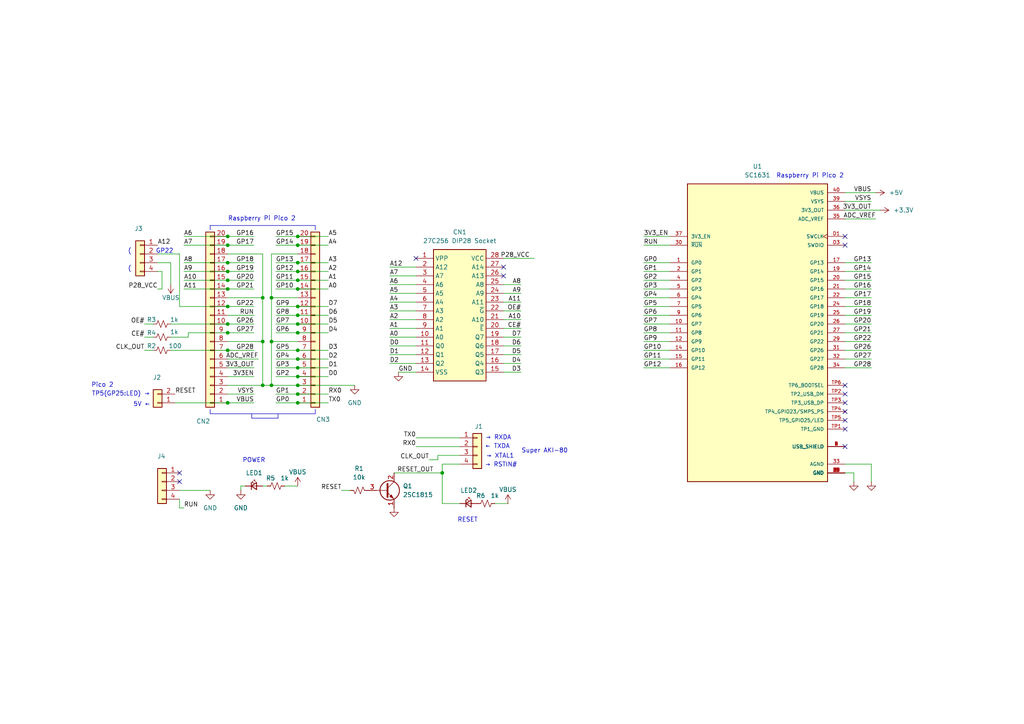
<source format=kicad_sch>
(kicad_sch (version 20250114) (generator "eeschema") (generator_version "9.0")
  (paper "A4")
  (title_block (title "Pico2ROMEmu PCB") (date "2025-10-16") (rev "0.1"))
  (lib_symbols
    (symbol "Connector_Generic:Conn_01x02" (pin_names (offset 1.016) (hide yes))
      (property "Reference" "J" (at 0 2.54 0))
      (property "Value" "Conn_01x02" (at 0 -5.08 0))
      (symbol "Conn_01x02_1_1"
        (rectangle (start -1.27 1.27) (end 1.27 -3.81) (stroke (width 0.254)) (fill (type background)))
        (rectangle (start -1.27 0.127) (end 0 -0.127) (stroke (width 0.1524)))
        (rectangle (start -1.27 -2.413) (end 0 -2.667) (stroke (width 0.1524)))
        (pin passive line (at -5.08 0 0) (length 3.81) (name "Pin_1") (number "1"))
        (pin passive line (at -5.08 -2.54 0) (length 3.81) (name "Pin_2") (number "2"))
      )
    )
    (symbol "Connector_Generic:Conn_01x04" (pin_names (offset 1.016) (hide yes))
      (property "Reference" "J" (at 0 5.08 0))
      (property "Value" "Conn_01x04" (at 0 -7.62 0))
      (symbol "Conn_01x04_1_1"
        (rectangle (start -1.27 3.81) (end 1.27 -6.35) (stroke (width 0.254)) (fill (type background)))
        (rectangle (start -1.27 2.667) (end 0 2.413) (stroke (width 0.1524)))
        (rectangle (start -1.27 0.127) (end 0 -0.127) (stroke (width 0.1524)))
        (rectangle (start -1.27 -2.413) (end 0 -2.667) (stroke (width 0.1524)))
        (rectangle (start -1.27 -4.953) (end 0 -5.207) (stroke (width 0.1524)))
        (pin passive line (at -5.08 2.54 0) (length 3.81) (name "Pin_1") (number "1"))
        (pin passive line (at -5.08 0 0) (length 3.81) (name "Pin_2") (number "2"))
        (pin passive line (at -5.08 -2.54 0) (length 3.81) (name "Pin_3") (number "3"))
        (pin passive line (at -5.08 -5.08 0) (length 3.81) (name "Pin_4") (number "4"))
      )
    )
    (symbol "Connector_Generic:Conn_01x20" (pin_names (offset 1.016) (hide yes))
      (property "Reference" "J" (at 0 25.4 0))
      (property "Value" "Conn_01x20" (at 0 -27.94 0))
      (symbol "Conn_01x20_1_1"
        (rectangle (start -1.27 24.13) (end 1.27 -26.67) (stroke (width 0.254)) (fill (type background)))
        (rectangle (start -1.27 22.987) (end 0 22.733) (stroke (width 0.1524)))
        (rectangle (start -1.27 20.447) (end 0 20.193) (stroke (width 0.1524)))
        (rectangle (start -1.27 17.907) (end 0 17.653) (stroke (width 0.1524)))
        (rectangle (start -1.27 15.367) (end 0 15.113) (stroke (width 0.1524)))
        (rectangle (start -1.27 12.827) (end 0 12.573) (stroke (width 0.1524)))
        (rectangle (start -1.27 10.287) (end 0 10.033) (stroke (width 0.1524)))
        (rectangle (start -1.27 7.747) (end 0 7.493) (stroke (width 0.1524)))
        (rectangle (start -1.27 5.207) (end 0 4.953) (stroke (width 0.1524)))
        (rectangle (start -1.27 2.667) (end 0 2.413) (stroke (width 0.1524)))
        (rectangle (start -1.27 0.127) (end 0 -0.127) (stroke (width 0.1524)))
        (rectangle (start -1.27 -2.413) (end 0 -2.667) (stroke (width 0.1524)))
        (rectangle (start -1.27 -4.953) (end 0 -5.207) (stroke (width 0.1524)))
        (rectangle (start -1.27 -7.493) (end 0 -7.747) (stroke (width 0.1524)))
        (rectangle (start -1.27 -10.033) (end 0 -10.287) (stroke (width 0.1524)))
        (rectangle (start -1.27 -12.573) (end 0 -12.827) (stroke (width 0.1524)))
        (rectangle (start -1.27 -15.113) (end 0 -15.367) (stroke (width 0.1524)))
        (rectangle (start -1.27 -17.653) (end 0 -17.907) (stroke (width 0.1524)))
        (rectangle (start -1.27 -20.193) (end 0 -20.447) (stroke (width 0.1524)))
        (rectangle (start -1.27 -22.733) (end 0 -22.987) (stroke (width 0.1524)))
        (rectangle (start -1.27 -25.273) (end 0 -25.527) (stroke (width 0.1524)))
        (pin passive line (at -5.08 22.86 0) (length 3.81) (name "Pin_1") (number "1"))
        (pin passive line (at -5.08 20.32 0) (length 3.81) (name "Pin_2") (number "2"))
        (pin passive line (at -5.08 17.78 0) (length 3.81) (name "Pin_3") (number "3"))
        (pin passive line (at -5.08 15.24 0) (length 3.81) (name "Pin_4") (number "4"))
        (pin passive line (at -5.08 12.7 0) (length 3.81) (name "Pin_5") (number "5"))
        (pin passive line (at -5.08 10.16 0) (length 3.81) (name "Pin_6") (number "6"))
        (pin passive line (at -5.08 7.62 0) (length 3.81) (name "Pin_7") (number "7"))
        (pin passive line (at -5.08 5.08 0) (length 3.81) (name "Pin_8") (number "8"))
        (pin passive line (at -5.08 2.54 0) (length 3.81) (name "Pin_9") (number "9"))
        (pin passive line (at -5.08 0 0) (length 3.81) (name "Pin_10") (number "10"))
        (pin passive line (at -5.08 -2.54 0) (length 3.81) (name "Pin_11") (number "11"))
        (pin passive line (at -5.08 -5.08 0) (length 3.81) (name "Pin_12") (number "12"))
        (pin passive line (at -5.08 -7.62 0) (length 3.81) (name "Pin_13") (number "13"))
        (pin passive line (at -5.08 -10.16 0) (length 3.81) (name "Pin_14") (number "14"))
        (pin passive line (at -5.08 -12.7 0) (length 3.81) (name "Pin_15") (number "15"))
        (pin passive line (at -5.08 -15.24 0) (length 3.81) (name "Pin_16") (number "16"))
        (pin passive line (at -5.08 -17.78 0) (length 3.81) (name "Pin_17") (number "17"))
        (pin passive line (at -5.08 -20.32 0) (length 3.81) (name "Pin_18") (number "18"))
        (pin passive line (at -5.08 -22.86 0) (length 3.81) (name "Pin_19") (number "19"))
        (pin passive line (at -5.08 -25.4 0) (length 3.81) (name "Pin_20") (number "20"))
      )
    )
    (symbol "Device:LED_Small" (pin_numbers (hide yes)) (pin_names (offset 0.254) (hide yes))
      (property "Reference" "D" (at -1.27 3.175 0))
      (property "Value" "LED_Small" (at -4.445 -2.54 0))
      (symbol "LED_Small_0_1"
        (polyline (pts (xy -0.762 -1.016) (xy -0.762 1.016)) (stroke (width 0.254)))
        (polyline (pts (xy 0 0.762) (xy -0.508 1.27) (xy -0.254 1.27) (xy -0.508 1.27) (xy -0.508 1.016)))
        (polyline (pts (xy 0.508 1.27) (xy 0 1.778) (xy 0.254 1.778) (xy 0 1.778) (xy 0 1.524)))
        (polyline (pts (xy 0.762 -1.016) (xy -0.762 0) (xy 0.762 1.016) (xy 0.762 -1.016)) (stroke (width 0.254)))
        (polyline (pts (xy 1.016 0) (xy -0.762 0)))
      )
      (symbol "LED_Small_1_1"
        (pin passive line (at -2.54 0 0) (length 1.778) (name "K") (number "1"))
        (pin passive line (at 2.54 0 180) (length 1.778) (name "A") (number "2"))
      )
    )
    (symbol "Device:R_Small_US" (pin_numbers (hide yes)) (pin_names (offset 0.254) (hide yes))
      (property "Reference" "R" (at 0.762 0.508 0))
      (property "Value" "R_Small_US" (at 0.762 -1.016 0))
      (symbol "R_Small_US_1_1"
        (polyline (pts (xy 0 1.524) (xy 1.016 1.143) (xy 0 0.762) (xy -1.016 0.381) (xy 0 0)))
        (polyline (pts (xy 0 0) (xy 1.016 -0.381) (xy 0 -0.762) (xy -1.016 -1.143) (xy 0 -1.524)))
        (pin passive line (at 0 2.54 270) (length 1.016) (name "~") (number "1"))
        (pin passive line (at 0 -2.54 90) (length 1.016) (name "~") (number "2"))
      )
    )
    (symbol "SamacSys_Part:M27C256B-15F1"
      (property "Reference" "IC" (at 21.59 7.62 0))
      (property "Value" "M27C256B-15F1" (at 21.59 5.08 0))
      (symbol "M27C256B-15F1_1_1"
        (rectangle (start 5.08 2.54) (end 20.32 -35.56) (stroke (width 0.254)) (fill (type background)))
        (pin passive line (at 0 0 0) (length 5.08) (name "VPP") (number "1"))
        (pin passive line (at 0 -2.54 0) (length 5.08) (name "A12") (number "2"))
        (pin passive line (at 0 -5.08 0) (length 5.08) (name "A7") (number "3"))
        (pin passive line (at 0 -7.62 0) (length 5.08) (name "A6") (number "4"))
        (pin passive line (at 0 -10.16 0) (length 5.08) (name "A5") (number "5"))
        (pin passive line (at 0 -12.7 0) (length 5.08) (name "A4") (number "6"))
        (pin passive line (at 0 -15.24 0) (length 5.08) (name "A3") (number "7"))
        (pin passive line (at 0 -17.78 0) (length 5.08) (name "A2") (number "8"))
        (pin passive line (at 0 -20.32 0) (length 5.08) (name "A1") (number "9"))
        (pin passive line (at 0 -22.86 0) (length 5.08) (name "A0") (number "10"))
        (pin passive line (at 0 -25.4 0) (length 5.08) (name "Q0") (number "11"))
        (pin passive line (at 0 -27.94 0) (length 5.08) (name "Q1") (number "12"))
        (pin passive line (at 0 -30.48 0) (length 5.08) (name "Q2") (number "13"))
        (pin passive line (at 0 -33.02 0) (length 5.08) (name "VSS") (number "14"))
        (pin passive line (at 25.4 0 180) (length 5.08) (name "VCC") (number "28"))
        (pin passive line (at 25.4 -2.54 180) (length 5.08) (name "A14") (number "27"))
        (pin passive line (at 25.4 -5.08 180) (length 5.08) (name "A13") (number "26"))
        (pin passive line (at 25.4 -7.62 180) (length 5.08) (name "A8") (number "25"))
        (pin passive line (at 25.4 -10.16 180) (length 5.08) (name "A9") (number "24"))
        (pin passive line (at 25.4 -12.7 180) (length 5.08) (name "A11") (number "23"))
        (pin passive line (at 25.4 -15.24 180) (length 5.08) (name "~{G}") (number "22"))
        (pin passive line (at 25.4 -17.78 180) (length 5.08) (name "A10") (number "21"))
        (pin passive line (at 25.4 -20.32 180) (length 5.08) (name "~{E}") (number "20"))
        (pin passive line (at 25.4 -22.86 180) (length 5.08) (name "Q7") (number "19"))
        (pin passive line (at 25.4 -25.4 180) (length 5.08) (name "Q6") (number "18"))
        (pin passive line (at 25.4 -27.94 180) (length 5.08) (name "Q5") (number "17"))
        (pin passive line (at 25.4 -30.48 180) (length 5.08) (name "Q4") (number "16"))
        (pin passive line (at 25.4 -33.02 180) (length 5.08) (name "Q3") (number "15"))
      )
    )
    (symbol "SnapEDA:SC0915" (pin_names (offset 1.016))
      (property "Reference" "U" (at -20.32 44.069 0))
      (property "Value" "SC0915" (at -20.32 -45.72 0))
      (symbol "SC0915_0_0"
        (rectangle (start -20.32 -43.18) (end 20.32 43.18) (stroke (width 0.254)) (fill (type background)))
        (pin input line (at -25.4 27.94 0) (length 5.08) (name "3V3_EN") (number "37"))
        (pin input line (at -25.4 25.4 0) (length 5.08) (name "~{RUN}") (number "30"))
        (pin bidirectional line (at -25.4 20.32 0) (length 5.08) (name "GP0") (number "1"))
        (pin bidirectional line (at -25.4 17.78 0) (length 5.08) (name "GP1") (number "2"))
        (pin bidirectional line (at -25.4 15.24 0) (length 5.08) (name "GP2") (number "4"))
        (pin bidirectional line (at -25.4 12.7 0) (length 5.08) (name "GP3") (number "5"))
        (pin bidirectional line (at -25.4 10.16 0) (length 5.08) (name "GP4") (number "6"))
        (pin bidirectional line (at -25.4 7.62 0) (length 5.08) (name "GP5") (number "7"))
        (pin bidirectional line (at -25.4 5.08 0) (length 5.08) (name "GP6") (number "9"))
        (pin bidirectional line (at -25.4 2.54 0) (length 5.08) (name "GP7") (number "10"))
        (pin bidirectional line (at -25.4 0 0) (length 5.08) (name "GP8") (number "11"))
        (pin bidirectional line (at -25.4 -2.54 0) (length 5.08) (name "GP9") (number "12"))
        (pin bidirectional line (at -25.4 -5.08 0) (length 5.08) (name "GP10") (number "14"))
        (pin bidirectional line (at -25.4 -7.62 0) (length 5.08) (name "GP11") (number "15"))
        (pin bidirectional line (at -25.4 -10.16 0) (length 5.08) (name "GP12") (number "16"))
        (pin power_in line (at 25.4 40.64 180) (length 5.08) (name "VBUS") (number "40"))
        (pin power_in line (at 25.4 38.1 180) (length 5.08) (name "VSYS") (number "39"))
        (pin power_in line (at 25.4 35.56 180) (length 5.08) (name "3V3_OUT") (number "36"))
        (pin power_in line (at 25.4 33.02 180) (length 5.08) (name "ADC_VREF") (number "35"))
        (pin input clock (at 25.4 27.94 180) (length 5.08) (name "SWCLK") (number "D1"))
        (pin bidirectional line (at 25.4 25.4 180) (length 5.08) (name "SWDIO") (number "D3"))
        (pin bidirectional line (at 25.4 20.32 180) (length 5.08) (name "GP13") (number "17"))
        (pin bidirectional line (at 25.4 17.78 180) (length 5.08) (name "GP14") (number "19"))
        (pin bidirectional line (at 25.4 15.24 180) (length 5.08) (name "GP15") (number "20"))
        (pin bidirectional line (at 25.4 12.7 180) (length 5.08) (name "GP16") (number "21"))
        (pin bidirectional line (at 25.4 10.16 180) (length 5.08) (name "GP17") (number "22"))
        (pin bidirectional line (at 25.4 7.62 180) (length 5.08) (name "GP18") (number "24"))
        (pin bidirectional line (at 25.4 5.08 180) (length 5.08) (name "GP19") (number "25"))
        (pin bidirectional line (at 25.4 2.54 180) (length 5.08) (name "GP20") (number "26"))
        (pin bidirectional line (at 25.4 0 180) (length 5.08) (name "GP21") (number "27"))
        (pin bidirectional line (at 25.4 -2.54 180) (length 5.08) (name "GP22") (number "29"))
        (pin bidirectional line (at 25.4 -5.08 180) (length 5.08) (name "GP26") (number "31"))
        (pin bidirectional line (at 25.4 -7.62 180) (length 5.08) (name "GP27") (number "32"))
        (pin bidirectional line (at 25.4 -10.16 180) (length 5.08) (name "GP28") (number "34"))
        (pin input line (at 25.4 -15.24 180) (length 5.08) (name "TP6_BOOTSEL") (number "TP6"))
        (pin bidirectional line (at 25.4 -17.78 180) (length 5.08) (name "TP2_USB_DM") (number "TP2"))
        (pin bidirectional line (at 25.4 -20.32 180) (length 5.08) (name "TP3_USB_DP") (number "TP3"))
        (pin no_connect line (at 25.4 -22.86 180) (length 5.08) (name "TP4_GPIO23/SMPS_PS") (number "TP4"))
        (pin output line (at 25.4 -25.4 180) (length 5.08) (name "TP5_GPIO25/LED") (number "TP5"))
        (pin power_in line (at 25.4 -27.94 180) (length 5.08) (name "TP1_GND") (number "TP1"))
        (pin power_in line (at 25.4 -33.02 180) (length 5.08) (name "USB_SHIELD") (number "A"))
        (pin power_in line (at 25.4 -33.02 180) (length 5.08) (name "USB_SHIELD") (number "B"))
        (pin power_in line (at 25.4 -33.02 180) (length 5.08) (name "USB_SHIELD") (number "C"))
        (pin power_in line (at 25.4 -33.02 180) (length 5.08) (name "USB_SHIELD") (number "D"))
        (pin power_in line (at 25.4 -38.1 180) (length 5.08) (name "AGND") (number "33"))
        (pin power_in line (at 25.4 -40.64 180) (length 5.08) (name "GND") (number "13"))
        (pin power_in line (at 25.4 -40.64 180) (length 5.08) (name "GND") (number "18"))
        (pin power_in line (at 25.4 -40.64 180) (length 5.08) (name "GND") (number "23"))
        (pin power_in line (at 25.4 -40.64 180) (length 5.08) (name "GND") (number "28"))
        (pin power_in line (at 25.4 -40.64 180) (length 5.08) (name "GND") (number "3"))
        (pin power_in line (at 25.4 -40.64 180) (length 5.08) (name "GND") (number "38"))
        (pin power_in line (at 25.4 -40.64 180) (length 5.08) (name "GND") (number "8"))
        (pin power_in line (at 25.4 -40.64 180) (length 5.08) (name "GND") (number "D2"))
      )
    )
    (symbol "Transistor_BJT:2SC1815" (pin_names (offset 0) (hide yes))
      (property "Reference" "Q" (at 5.08 1.905 0))
      (property "Value" "2SC1815" (at 5.08 0 0))
      (symbol "2SC1815_0_1"
        (polyline (pts (xy -2.54 0) (xy 0.635 0)))
        (polyline (pts (xy 0.635 1.905) (xy 0.635 -1.905)) (stroke (width 0.508)))
        (circle (center 1.27 0) (radius 2.8194) (stroke (width 0.254)))
      )
      (symbol "2SC1815_1_1"
        (polyline (pts (xy 0.635 0.635) (xy 2.54 2.54)))
        (polyline (pts (xy 0.635 -0.635) (xy 2.54 -2.54)))
        (polyline (pts (xy 1.27 -1.778) (xy 1.778 -1.27) (xy 2.286 -2.286) (xy 1.27 -1.778)) (fill (type outline)))
        (pin input line (at -5.08 0 0) (length 2.54) (name "B") (number "3"))
        (pin passive line (at 2.54 5.08 270) (length 2.54) (name "C") (number "2"))
        (pin passive line (at 2.54 -5.08 90) (length 2.54) (name "E") (number "1"))
      )
    )
    (symbol "power:+3.3V" (power) (pin_numbers (hide yes)) (pin_names (offset 0) (hide yes))
      (property "Value" "+3.3V" (at 0 3.556 0))
      (symbol "+3.3V_0_1"
        (polyline (pts (xy -0.762 1.27) (xy 0 2.54)))
        (polyline (pts (xy 0 2.54) (xy 0.762 1.27)))
        (polyline (pts (xy 0 0) (xy 0 2.54)))
      )
      (symbol "+3.3V_1_1"
        (pin power_in line (at 0 0 90) (length 0) (name "~") (number "1"))
      )
    )
    (symbol "power:+5V" (power) (pin_numbers (hide yes)) (pin_names (offset 0) (hide yes))
      (property "Value" "+5V" (at 0 3.556 0))
      (symbol "+5V_0_1"
        (polyline (pts (xy -0.762 1.27) (xy 0 2.54)))
        (polyline (pts (xy 0 2.54) (xy 0.762 1.27)))
        (polyline (pts (xy 0 0) (xy 0 2.54)))
      )
      (symbol "+5V_1_1"
        (pin power_in line (at 0 0 90) (length 0) (name "~") (number "1"))
      )
    )
    (symbol "power:GND" (power) (pin_numbers (hide yes)) (pin_names (offset 0) (hide yes))
      (property "Value" "GND" (at 0 -3.81 0))
      (symbol "GND_0_1"
        (polyline (pts (xy 0 0) (xy 0 -1.27) (xy 1.27 -1.27) (xy 0 -2.54) (xy -1.27 -1.27) (xy 0 -1.27)))
      )
      (symbol "GND_1_1"
        (pin power_in line (at 0 0 270) (length 0) (name "~") (number "1"))
      )
    )
    (symbol "power:VCC" (power) (pin_numbers (hide yes)) (pin_names (offset 0) (hide yes))
      (property "Value" "VCC" (at 0 3.556 0))
      (symbol "VCC_0_1"
        (polyline (pts (xy -0.762 1.27) (xy 0 2.54)))
        (polyline (pts (xy 0 2.54) (xy 0.762 1.27)))
        (polyline (pts (xy 0 0) (xy 0 2.54)))
      )
      (symbol "VCC_1_1"
        (pin power_in line (at 0 0 90) (length 0) (name "~") (number "1"))
      )
    )
  )
  (text "← TXDA" (at 144.272 129.54 0) (effects (font (size 1.27 1.27))))
  (text "→ RXDA" (at 144.526 127 0) (effects (font (size 1.27 1.27))))
  (text "RESET" (at 135.636 150.876 0) (effects (font (size 1.27 1.27))))
  (text "(" (at 37.592 72.898 0) (effects (font (size 1.27 1.27))))
  (text "TP5(GP25:LED) →" (at 35.052 114.3 0) (effects (font (size 1.27 1.27))))
  (text "→ XTAL1" (at 145.034 132.334 0) (effects (font (size 1.27 1.27))))
  (text "Pico 2" (at 29.718 111.76 0) (effects (font (size 1.27 1.27))))
  (text "POWER" (at 73.66 133.604 0) (effects (font (size 1.27 1.27))))
  (text "5V ←" (at 41.148 117.348 0) (effects (font (size 1.27 1.27))))
  (text "Super AKI-80" (at 157.988 130.81 0) (effects (font (size 1.27 1.27))))
  (text "GP22" (at 47.752 72.898 0) (effects (font (size 1.27 1.27))))
  (text "(" (at 37.592 77.978 0) (effects (font (size 1.27 1.27))))
  (text "Raspberry Pi Pico 2" (at 234.95 51.054 0) (effects (font (size 1.27 1.27))))
  (text "Raspberry Pi Pico 2" (at 75.946 63.5 0) (effects (font (size 1.27 1.27))))
  (text "→ RSTIN#" (at 145.288 134.874 0) (effects (font (size 1.27 1.27))))
  (junction (at 86.36 116.84))
  (junction (at 66.04 78.74))
  (junction (at 66.04 76.2))
  (junction (at 86.36 109.22))
  (junction (at 76.2 99.06))
  (junction (at 86.36 101.6))
  (junction (at 86.36 96.52))
  (junction (at 86.36 68.58))
  (junction (at 78.74 111.76))
  (junction (at 66.04 83.82))
  (junction (at 66.04 88.9))
  (junction (at 128.27 137.16))
  (junction (at 86.36 76.2))
  (junction (at 66.04 96.52))
  (junction (at 86.36 91.44))
  (junction (at 86.36 104.14))
  (junction (at 86.36 93.98))
  (junction (at 78.74 86.36))
  (junction (at 66.04 101.6))
  (junction (at 66.04 68.58))
  (junction (at 66.04 93.98))
  (junction (at 66.04 116.84))
  (junction (at 86.36 78.74))
  (junction (at 86.36 88.9))
  (junction (at 66.04 71.12))
  (junction (at 86.36 111.76))
  (junction (at 66.04 81.28))
  (junction (at 76.2 86.36))
  (junction (at 86.36 71.12))
  (junction (at 86.36 81.28))
  (junction (at 76.2 111.76))
  (junction (at 86.36 83.82))
  (junction (at 86.36 106.68))
  (junction (at 86.36 114.3))
  (junction (at 78.74 99.06))
  (no_connect (at 146.05 80.01))
  (no_connect (at 245.11 124.46))
  (no_connect (at 245.11 68.58))
  (no_connect (at 245.11 111.76))
  (no_connect (at 146.05 77.47))
  (no_connect (at 245.11 129.54))
  (no_connect (at 52.07 137.16))
  (no_connect (at 245.11 119.38))
  (no_connect (at 245.11 71.12))
  (no_connect (at 245.11 116.84))
  (no_connect (at 120.65 74.93))
  (no_connect (at 245.11 114.3))
  (no_connect (at 52.07 139.7))
  (no_connect (at 245.11 121.92))
  (wire (pts (xy 80.01 114.3) (xy 86.36 114.3)))
  (wire (pts (xy 66.04 86.36) (xy 76.2 86.36)))
  (wire (pts (xy 146.05 95.25) (xy 151.13 95.25)))
  (wire (pts (xy 69.85 140.97) (xy 69.85 142.24)))
  (wire (pts (xy 73.66 109.22) (xy 66.04 109.22)))
  (wire (pts (xy 45.72 73.66) (xy 52.07 73.66)))
  (wire (pts (xy 45.72 76.2) (xy 49.53 76.2)))
  (wire (pts (xy 95.25 83.82) (xy 86.36 83.82)))
  (wire (pts (xy 41.91 97.79) (xy 44.45 97.79)))
  (wire (pts (xy 113.03 100.33) (xy 120.65 100.33)))
  (wire (pts (xy 66.04 78.74) (xy 53.34 78.74)))
  (wire (pts (xy 146.05 82.55) (xy 151.13 82.55)))
  (wire (pts (xy 86.36 96.52) (xy 80.01 96.52)))
  (wire (pts (xy 73.66 114.3) (xy 66.04 114.3)))
  (wire (pts (xy 120.65 129.54) (xy 133.35 129.54)))
  (wire (pts (xy 245.11 63.5) (xy 254 63.5)))
  (wire (pts (xy 95.25 96.52) (xy 86.36 96.52)))
  (wire (pts (xy 120.65 127) (xy 133.35 127)))
  (wire (pts (xy 66.04 71.12) (xy 53.34 71.12)))
  (wire (pts (xy 146.05 100.33) (xy 151.13 100.33)))
  (wire (pts (xy 146.05 74.93) (xy 154.94 74.93)))
  (wire (pts (xy 41.91 93.98) (xy 44.45 93.98)))
  (wire (pts (xy 146.05 97.79) (xy 151.13 97.79)))
  (wire (pts (xy 73.66 93.98) (xy 66.04 93.98)))
  (wire (pts (xy 245.11 76.2) (xy 252.73 76.2)))
  (wire (pts (xy 66.04 81.28) (xy 53.34 81.28)))
  (wire (pts (xy 113.03 105.41) (xy 120.65 105.41)))
  (wire (pts (xy 73.66 96.52) (xy 66.04 96.52)))
  (wire (pts (xy 186.69 86.36) (xy 194.31 86.36)))
  (wire (pts (xy 245.11 104.14) (xy 252.73 104.14)))
  (wire (pts (xy 86.36 83.82) (xy 80.01 83.82)))
  (wire (pts (xy 95.25 104.14) (xy 86.36 104.14)))
  (wire (pts (xy 86.36 88.9) (xy 80.01 88.9)))
  (wire (pts (xy 245.11 106.68) (xy 252.73 106.68)))
  (wire (pts (xy 146.05 107.95) (xy 151.13 107.95)))
  (wire (pts (xy 114.3 137.16) (xy 128.27 137.16)))
  (wire (pts (xy 115.57 107.95) (xy 120.65 107.95)))
  (wire (pts (xy 80.01 101.6) (xy 86.36 101.6)))
  (wire (pts (xy 113.03 87.63) (xy 120.65 87.63)))
  (wire (pts (xy 54.61 96.52) (xy 66.04 96.52)))
  (wire (pts (xy 86.36 81.28) (xy 80.01 81.28)))
  (wire (pts (xy 73.66 68.58) (xy 66.04 68.58)))
  (wire (pts (xy 113.03 102.87) (xy 120.65 102.87)))
  (wire (pts (xy 95.25 71.12) (xy 86.36 71.12)))
  (wire (pts (xy 186.69 93.98) (xy 194.31 93.98)))
  (wire (pts (xy 73.66 76.2) (xy 66.04 76.2)))
  (wire (pts (xy 73.66 106.68) (xy 66.04 106.68)))
  (wire (pts (xy 66.04 99.06) (xy 76.2 99.06)))
  (wire (pts (xy 113.03 97.79) (xy 120.65 97.79)))
  (wire (pts (xy 245.11 58.42) (xy 252.73 58.42)))
  (polyline (pts (xy 60.96 120.015) (xy 91.44 120.015)))
  (wire (pts (xy 86.36 71.12) (xy 80.01 71.12)))
  (polyline (pts (xy 91.44 118.745) (xy 91.44 120.015)))
  (wire (pts (xy 54.61 97.79) (xy 54.61 96.52)))
  (wire (pts (xy 76.2 111.76) (xy 78.74 111.76)))
  (wire (pts (xy 186.69 71.12) (xy 194.31 71.12)))
  (wire (pts (xy 80.01 106.68) (xy 86.36 106.68)))
  (wire (pts (xy 127 133.35) (xy 127 132.08)))
  (wire (pts (xy 73.66 71.12) (xy 66.04 71.12)))
  (wire (pts (xy 128.27 146.05) (xy 133.35 146.05)))
  (wire (pts (xy 76.2 86.36) (xy 76.2 99.06)))
  (wire (pts (xy 60.96 142.24) (xy 52.07 142.24)))
  (wire (pts (xy 86.36 68.58) (xy 80.01 68.58)))
  (wire (pts (xy 78.74 111.76) (xy 86.36 111.76)))
  (wire (pts (xy 52.07 73.66) (xy 52.07 88.9)))
  (wire (pts (xy 95.25 101.6) (xy 86.36 101.6)))
  (wire (pts (xy 78.74 99.06) (xy 86.36 99.06)))
  (polyline (pts (xy 91.44 65.405) (xy 91.44 66.675)))
  (wire (pts (xy 80.01 116.84) (xy 86.36 116.84)))
  (wire (pts (xy 95.25 78.74) (xy 86.36 78.74)))
  (wire (pts (xy 247.65 137.16) (xy 247.65 139.7)))
  (wire (pts (xy 245.11 134.62) (xy 252.73 134.62)))
  (wire (pts (xy 113.03 77.47) (xy 120.65 77.47)))
  (wire (pts (xy 146.05 90.17) (xy 151.13 90.17)))
  (wire (pts (xy 245.11 83.82) (xy 252.73 83.82)))
  (wire (pts (xy 127 132.08) (xy 133.35 132.08)))
  (wire (pts (xy 95.25 76.2) (xy 86.36 76.2)))
  (wire (pts (xy 76.2 99.06) (xy 76.2 111.76)))
  (wire (pts (xy 245.11 101.6) (xy 252.73 101.6)))
  (wire (pts (xy 49.53 76.2) (xy 49.53 82.55)))
  (wire (pts (xy 124.46 133.35) (xy 127 133.35)))
  (wire (pts (xy 71.12 140.97) (xy 69.85 140.97)))
  (wire (pts (xy 82.55 140.97) (xy 86.36 140.97)))
  (wire (pts (xy 52.07 147.32) (xy 52.07 144.78)))
  (wire (pts (xy 143.51 146.05) (xy 147.32 146.05)))
  (wire (pts (xy 78.74 73.66) (xy 86.36 73.66)))
  (wire (pts (xy 113.03 82.55) (xy 120.65 82.55)))
  (wire (pts (xy 73.66 83.82) (xy 66.04 83.82)))
  (wire (pts (xy 86.36 111.76) (xy 102.87 111.76)))
  (wire (pts (xy 86.36 91.44) (xy 80.01 91.44)))
  (wire (pts (xy 73.66 81.28) (xy 66.04 81.28)))
  (wire (pts (xy 45.72 78.74) (xy 46.99 78.74)))
  (wire (pts (xy 95.25 106.68) (xy 86.36 106.68)))
  (wire (pts (xy 186.69 81.28) (xy 194.31 81.28)))
  (wire (pts (xy 49.53 101.6) (xy 66.04 101.6)))
  (wire (pts (xy 95.25 88.9) (xy 86.36 88.9)))
  (wire (pts (xy 186.69 78.74) (xy 194.31 78.74)))
  (wire (pts (xy 113.03 92.71) (xy 120.65 92.71)))
  (polyline (pts (xy 60.96 66.675) (xy 60.96 65.405)))
  (wire (pts (xy 245.11 91.44) (xy 252.73 91.44)))
  (wire (pts (xy 146.05 92.71) (xy 151.13 92.71)))
  (wire (pts (xy 78.74 86.36) (xy 78.74 99.06)))
  (wire (pts (xy 252.73 134.62) (xy 252.73 139.7)))
  (wire (pts (xy 186.69 88.9) (xy 194.31 88.9)))
  (wire (pts (xy 73.66 116.84) (xy 66.04 116.84)))
  (wire (pts (xy 128.27 137.16) (xy 128.27 146.05)))
  (wire (pts (xy 66.04 73.66) (xy 76.2 73.66)))
  (wire (pts (xy 113.03 95.25) (xy 120.65 95.25)))
  (wire (pts (xy 186.69 99.06) (xy 194.31 99.06)))
  (wire (pts (xy 86.36 116.84) (xy 95.25 116.84)))
  (wire (pts (xy 186.69 101.6) (xy 194.31 101.6)))
  (wire (pts (xy 66.04 83.82) (xy 53.34 83.82)))
  (wire (pts (xy 73.66 88.9) (xy 66.04 88.9)))
  (wire (pts (xy 113.03 85.09) (xy 120.65 85.09)))
  (wire (pts (xy 128.27 137.16) (xy 128.27 134.62)))
  (wire (pts (xy 245.11 78.74) (xy 252.73 78.74)))
  (wire (pts (xy 186.69 76.2) (xy 194.31 76.2)))
  (wire (pts (xy 76.2 140.97) (xy 77.47 140.97)))
  (wire (pts (xy 86.36 78.74) (xy 80.01 78.74)))
  (wire (pts (xy 146.05 105.41) (xy 151.13 105.41)))
  (wire (pts (xy 245.11 55.88) (xy 254 55.88)))
  (wire (pts (xy 53.34 147.32) (xy 52.07 147.32)))
  (wire (pts (xy 245.11 93.98) (xy 252.73 93.98)))
  (wire (pts (xy 80.01 104.14) (xy 86.36 104.14)))
  (wire (pts (xy 78.74 86.36) (xy 86.36 86.36)))
  (wire (pts (xy 128.27 134.62) (xy 133.35 134.62)))
  (wire (pts (xy 186.69 106.68) (xy 194.31 106.68)))
  (wire (pts (xy 245.11 96.52) (xy 252.73 96.52)))
  (wire (pts (xy 245.11 81.28) (xy 252.73 81.28)))
  (wire (pts (xy 50.8 116.84) (xy 66.04 116.84)))
  (wire (pts (xy 95.25 91.44) (xy 86.36 91.44)))
  (wire (pts (xy 245.11 60.96) (xy 255.27 60.96)))
  (wire (pts (xy 66.04 91.44) (xy 73.66 91.44)))
  (wire (pts (xy 78.74 73.66) (xy 78.74 86.36)))
  (polyline (pts (xy 73.025 121.285) (xy 80.645 121.285)))
  (wire (pts (xy 46.99 78.74) (xy 46.99 83.82)))
  (wire (pts (xy 76.2 111.76) (xy 66.04 111.76)))
  (wire (pts (xy 95.25 93.98) (xy 86.36 93.98)))
  (polyline (pts (xy 60.96 65.405) (xy 91.44 65.405)))
  (wire (pts (xy 95.25 68.58) (xy 86.36 68.58)))
  (wire (pts (xy 73.66 78.74) (xy 66.04 78.74)))
  (wire (pts (xy 73.66 101.6) (xy 66.04 101.6)))
  (wire (pts (xy 186.69 104.14) (xy 194.31 104.14)))
  (wire (pts (xy 41.91 101.6) (xy 44.45 101.6)))
  (wire (pts (xy 146.05 87.63) (xy 151.13 87.63)))
  (wire (pts (xy 74.93 104.14) (xy 66.04 104.14)))
  (wire (pts (xy 245.11 86.36) (xy 252.73 86.36)))
  (polyline (pts (xy 73.025 120.015) (xy 73.025 121.285)))
  (wire (pts (xy 99.06 142.24) (xy 101.6 142.24)))
  (wire (pts (xy 86.36 114.3) (xy 95.25 114.3)))
  (wire (pts (xy 95.25 109.22) (xy 86.36 109.22)))
  (wire (pts (xy 245.11 99.06) (xy 252.73 99.06)))
  (polyline (pts (xy 60.96 118.745) (xy 60.96 120.015)))
  (wire (pts (xy 186.69 68.58) (xy 194.31 68.58)))
  (wire (pts (xy 76.2 73.66) (xy 76.2 86.36)))
  (wire (pts (xy 46.99 83.82) (xy 45.72 83.82)))
  (wire (pts (xy 78.74 99.06) (xy 78.74 111.76)))
  (wire (pts (xy 186.69 83.82) (xy 194.31 83.82)))
  (wire (pts (xy 54.61 97.79) (xy 49.53 97.79)))
  (wire (pts (xy 113.03 80.01) (xy 120.65 80.01)))
  (wire (pts (xy 95.25 81.28) (xy 86.36 81.28)))
  (wire (pts (xy 113.03 90.17) (xy 120.65 90.17)))
  (wire (pts (xy 66.04 76.2) (xy 53.34 76.2)))
  (wire (pts (xy 80.01 109.22) (xy 86.36 109.22)))
  (wire (pts (xy 186.69 96.52) (xy 194.31 96.52)))
  (wire (pts (xy 186.69 91.44) (xy 194.31 91.44)))
  (wire (pts (xy 86.36 76.2) (xy 80.01 76.2)))
  (wire (pts (xy 245.11 88.9) (xy 252.73 88.9)))
  (polyline (pts (xy 80.645 121.285) (xy 80.645 120.015)))
  (wire (pts (xy 146.05 85.09) (xy 151.13 85.09)))
  (wire (pts (xy 86.36 93.98) (xy 80.01 93.98)))
  (wire (pts (xy 52.07 88.9) (xy 66.04 88.9)))
  (wire (pts (xy 66.04 68.58) (xy 53.34 68.58)))
  (wire (pts (xy 146.05 102.87) (xy 151.13 102.87)))
  (wire (pts (xy 245.11 137.16) (xy 247.65 137.16)))
  (wire (pts (xy 66.04 93.98) (xy 49.53 93.98)))
  (label "A8" (at 53.34 76.2 0))
  (label "RX0" (at 120.65 129.54 180))
  (label "GP5" (at 80.01 101.6 0))
  (label "CLK_OUT" (at 124.46 133.35 180))
  (label "GP1" (at 80.01 114.3 0))
  (label "GP26" (at 73.66 93.98 180))
  (label "GND" (at 115.57 107.95 0))
  (label "D7" (at 151.13 97.79 180))
  (label "ADC_VREF" (at 74.93 104.14 180))
  (label "RUN" (at 186.69 71.12 0))
  (label "A11" (at 53.34 83.82 0))
  (label "GP14" (at 80.01 71.12 0))
  (label "A3" (at 113.03 90.17 0))
  (label "A0" (at 95.25 83.82 0))
  (label "GP19" (at 73.66 78.74 180))
  (label "GP4" (at 80.01 104.14 0))
  (label "GP0" (at 80.01 116.84 0))
  (label "GP17" (at 252.73 86.36 180))
  (label "D5" (at 151.13 102.87 180))
  (label "D0" (at 113.03 100.33 0))
  (label "A12" (at 113.03 77.47 0))
  (label "A1" (at 95.25 81.28 0))
  (label "A1" (at 113.03 95.25 0))
  (label "GP9" (at 80.01 88.9 0))
  (label "RUN" (at 53.34 147.32 0))
  (label "3V3_OUT" (at 73.66 106.68 180))
  (label "GP22" (at 252.73 99.06 180))
  (label "VSYS" (at 73.66 114.3 180))
  (label "D6" (at 95.25 91.44 0))
  (label "GP21" (at 73.66 83.82 180))
  (label "GP15" (at 252.73 81.28 180))
  (label "GP28" (at 73.66 101.6 180))
  (label "D5" (at 95.25 93.98 0))
  (label "CE#" (at 41.91 97.79 180))
  (label "GP7" (at 186.69 93.98 0))
  (label "D7" (at 95.25 88.9 0))
  (label "A3" (at 95.25 76.2 0))
  (label "GP1" (at 186.69 78.74 0))
  (label "CE#" (at 151.13 95.25 180))
  (label "D0" (at 95.25 109.22 0))
  (label "VBUS" (at 73.66 116.84 180))
  (label "A5" (at 95.25 68.58 0))
  (label "GP6" (at 80.01 96.52 0))
  (label "GP19" (at 252.73 91.44 180))
  (label "GP27" (at 252.73 104.14 180))
  (label "A7" (at 53.34 71.12 0))
  (label "A6" (at 113.03 82.55 0))
  (label "D2" (at 95.25 104.14 0))
  (label "D4" (at 95.25 96.52 0))
  (label "A9" (at 53.34 78.74 0))
  (label "A8" (at 151.13 82.55 180))
  (label "A2" (at 95.25 78.74 0))
  (label "GP11" (at 80.01 81.28 0))
  (label "A9" (at 151.13 85.09 180))
  (label "GP2" (at 80.01 109.22 0))
  (label "TX0" (at 120.65 127 180))
  (label "GP15" (at 80.01 68.58 0))
  (label "A4" (at 95.25 71.12 0))
  (label "GP21" (at 252.73 96.52 180))
  (label "TX0" (at 95.25 116.84 0))
  (label "VSYS" (at 252.73 58.42 180))
  (label "GP3" (at 186.69 83.82 0))
  (label "OE#" (at 41.91 93.98 180))
  (label "GP8" (at 80.01 91.44 0))
  (label "RUN" (at 73.66 91.44 180))
  (label "GP20" (at 252.73 93.98 180))
  (label "RESET" (at 50.8 114.3 0))
  (label "A2" (at 113.03 92.71 0))
  (label "GP20" (at 73.66 81.28 180))
  (label "D1" (at 95.25 106.68 0))
  (label "RX0" (at 95.25 114.3 0))
  (label "GP5" (at 186.69 88.9 0))
  (label "3V3EN" (at 73.66 109.22 180))
  (label "OE#" (at 151.13 90.17 180))
  (label "3V3_EN" (at 186.69 68.58 0))
  (label "D3" (at 95.25 101.6 0))
  (label "3V3_OUT" (at 252.73 60.96 180))
  (label "GP10" (at 80.01 83.82 0))
  (label "GP16" (at 252.73 83.82 180))
  (label "GP14" (at 252.73 78.74 180))
  (label "GP10" (at 186.69 101.6 0))
  (label "GP8" (at 186.69 96.52 0))
  (label "CLK_OUT" (at 41.91 101.6 180))
  (label "A4" (at 113.03 87.63 0))
  (label "A12" (at 45.72 71.12 0))
  (label "GP13" (at 252.73 76.2 180))
  (label "A5" (at 113.03 85.09 0))
  (label "GP27" (at 73.66 96.52 180))
  (label "GP2" (at 186.69 81.28 0))
  (label "GP11" (at 186.69 104.14 0))
  (label "A6" (at 53.34 68.58 0))
  (label "D4" (at 151.13 105.41 180))
  (label "GP22" (at 73.66 88.9 180))
  (label "RESET_OUT" (at 125.73 137.16 180))
  (label "D2" (at 113.03 105.41 0))
  (label "A0" (at 113.03 97.79 0))
  (label "GP18" (at 252.73 88.9 180))
  (label "GP12" (at 80.01 78.74 0))
  (label "ADC_VREF" (at 254 63.5 180))
  (label "GP13" (at 80.01 76.2 0))
  (label "RESET" (at 99.06 142.24 180))
  (label "P28_VCC" (at 45.72 83.82 180))
  (label "GP7" (at 80.01 93.98 0))
  (label "A10" (at 53.34 81.28 0))
  (label "VBUS" (at 252.73 55.88 180))
  (label "D1" (at 113.03 102.87 0))
  (label "GP9" (at 186.69 99.06 0))
  (label "P28_VCC" (at 153.67 74.93 180))
  (label "GP17" (at 73.66 71.12 180))
  (label "A11" (at 151.13 87.63 180))
  (label "D3" (at 151.13 107.95 180))
  (label "GP3" (at 80.01 106.68 0))
  (label "A10" (at 151.13 92.71 180))
  (label "GP4" (at 186.69 86.36 0))
  (label "GP0" (at 186.69 76.2 0))
  (label "A7" (at 113.03 80.01 0))
  (label "GP6" (at 186.69 91.44 0))
  (label "GP18" (at 73.66 76.2 180))
  (label "GP28" (at 252.73 106.68 180))
  (label "GP12" (at 186.69 106.68 0))
  (label "GP16" (at 73.66 68.58 180))
  (label "GP26" (at 252.73 101.6 180))
  (label "D6" (at 151.13 100.33 180))
  (symbol (lib_id "Connector_Generic:Conn_01x04") (at 138.43 129.54 0) (unit 1)
    (property "Reference" "J1" (at 137.668 123.698 0) (effects (justify left)))
    (property "Value" "Conn_01x04" (effects (hide yes)))
    (property "Footprint" "Connector_PinHeader_2.54mm:PinHeader_1x04_P2.54mm_Horizontal" (effects (hide yes)))
    (property "Description" "Generic connector, single row, 01x04, script generated (kicad-library-utils/schlib/autogen/connector/)" (effects (hide yes)))
  )
  (symbol (lib_id "Device:R_Small_US") (at 140.97 146.05 270) (unit 1)
    (property "Reference" "R6" (at 139.446 143.764 90))
    (property "Value" "1k" (at 143.51 143.764 90))
    (property "Footprint" "Resistor_THT:R_Axial_DIN0204_L3.6mm_D1.6mm_P5.08mm_Horizontal" (effects (hide yes)))
    (property "Description" "Resistor, small US symbol" (effects (hide yes)))
  )
  (symbol (lib_id "power:VCC") (at 147.32 146.05 0) (mirror y) (unit 1)
    (property "Reference" "#PWR011" (effects (hide yes)))
    (property "Value" "VBUS" (at 149.86 141.986 0) (effects (justify left)))
    (property "Description" "Power symbol creates a global label with name \"VCC\"" (effects (hide yes)))
  )
  (symbol (lib_id "Device:LED_Small") (at 73.66 140.97 0) (unit 1)
    (property "Reference" "LED1" (at 73.7235 137.16 0))
    (property "Value" "LED_Small" (effects (hide yes)))
    (property "Footprint" "LED_THT:LED_D3.0mm" (effects (hide yes)))
    (property "Description" "Light emitting diode, small symbol" (effects (hide yes)))
    (property "Sim.Pin" "1=K 2=A" (effects (hide yes)))
  )
  (symbol (lib_id "Transistor_BJT:2SC1815") (at 111.76 142.24 0) (unit 1)
    (property "Reference" "Q1" (at 116.84 140.9699 0) (effects (justify left)))
    (property "Value" "2SC1815" (at 116.84 143.5099 0) (effects (justify left)))
    (property "Footprint" "Package_TO_SOT_THT:TO-92_Inline" (effects (hide yes)))
    (property "Datasheet" "https://media.digikey.com/pdf/Data%20Sheets/Toshiba%20PDFs/2SC1815.pdf" (effects (hide yes)))
    (property "Description" "0.15A Ic, 50V Vce, Low Noise Audio NPN Transistor, TO-92" (effects (hide yes)))
  )
  (symbol (lib_id "Device:R_Small_US") (at 46.99 97.79 270) (unit 1)
    (property "Reference" "R4" (at 43.942 96.52 90))
    (property "Value" "1k" (at 50.546 96.266 90))
    (property "Footprint" "Resistor_THT:R_Axial_DIN0204_L3.6mm_D1.6mm_P5.08mm_Horizontal" (effects (hide yes)))
    (property "Description" "Resistor, small US symbol" (effects (hide yes)))
  )
  (symbol (lib_id "Device:R_Small_US") (at 46.99 93.98 270) (unit 1)
    (property "Reference" "R3" (at 43.942 92.71 90))
    (property "Value" "1k" (at 50.546 92.71 90))
    (property "Footprint" "Resistor_THT:R_Axial_DIN0204_L3.6mm_D1.6mm_P5.08mm_Horizontal" (effects (hide yes)))
    (property "Description" "Resistor, small US symbol" (effects (hide yes)))
  )
  (symbol (lib_id "Connector_Generic:Conn_01x20") (at 60.96 93.98 180) (unit 1)
    (property "Reference" "CN2" (at 60.96 122.174 0) (effects (justify left)))
    (property "Value" "Conn_01x20" (effects (hide yes)))
    (property "Footprint" "Connector_PinSocket_2.54mm:PinSocket_1x20_P2.54mm_Vertical" (effects (hide yes)))
    (property "Description" "Generic connector, single row, 01x20, script generated (kicad-library-utils/schlib/autogen/connector/)" (effects (hide yes)))
  )
  (symbol (lib_id "power:VCC") (at 86.36 140.97 0) (mirror y) (unit 1)
    (property "Reference" "#PWR010" (effects (hide yes)))
    (property "Value" "VBUS" (at 88.9 136.906 0) (effects (justify left)))
    (property "Description" "Power symbol creates a global label with name \"VCC\"" (effects (hide yes)))
  )
  (symbol (lib_id "Device:R_Small_US") (at 104.14 142.24 90) (mirror x) (unit 1)
    (property "Reference" "R1" (at 104.14 135.89 90))
    (property "Value" "10k" (at 104.14 138.43 90))
    (property "Footprint" "Resistor_THT:R_Axial_DIN0204_L3.6mm_D1.6mm_P5.08mm_Horizontal" (effects (hide yes)))
    (property "Description" "Resistor, small US symbol" (effects (hide yes)))
  )
  (symbol (lib_id "Device:R_Small_US") (at 80.01 140.97 270) (unit 1)
    (property "Reference" "R5" (at 78.486 138.684 90))
    (property "Value" "1k" (at 82.55 138.684 90))
    (property "Footprint" "Resistor_THT:R_Axial_DIN0204_L3.6mm_D1.6mm_P5.08mm_Horizontal" (effects (hide yes)))
    (property "Description" "Resistor, small US symbol" (effects (hide yes)))
  )
  (symbol (lib_id "Connector_Generic:Conn_01x20") (at 91.44 93.98 0) (mirror x) (unit 1)
    (property "Reference" "CN3" (at 91.694 121.666 0) (effects (justify left)))
    (property "Value" "Conn_01x20" (effects (hide yes)))
    (property "Footprint" "Connector_PinSocket_2.54mm:PinSocket_1x20_P2.54mm_Vertical" (effects (hide yes)))
    (property "Description" "Generic connector, single row, 01x20, script generated (kicad-library-utils/schlib/autogen/connector/)" (effects (hide yes)))
  )
  (symbol (lib_id "power:GND") (at 247.65 139.7 0) (unit 1)
    (property "Reference" "#PWR05" (effects (hide yes)))
    (property "Value" "GND" (effects (hide yes)))
    (property "Description" "Power symbol creates a global label with name \"GND\" , ground" (effects (hide yes)))
  )
  (symbol (lib_id "SnapEDA:SC0915") (at 219.71 96.52 0) (unit 1) (on_board no)
    (property "Reference" "U1" (at 219.71 48.26 0))
    (property "Value" "SC1631" (at 219.71 50.8 0))
    (property "Footprint" "SnapEDA:MODULE_SC0915" (effects (hide yes)))
    (property "MF" "Pi Supply" (effects (hide yes)))
    (property "Description_1" "RP2040 Raspberry Pi Pico - ARM® Cortex®-M0+ MCU 32-Bit Embedded Evaluation Board" (effects (hide yes)))
    (property "Package" "None" (effects (hide yes)))
    (property "Price" "None" (effects (hide yes)))
    (property "Check_prices" "https://www.snapeda.com/parts/SC0915/pi/view-part/?ref=eda" (effects (hide yes)))
    (property "STANDARD" "Manufacturer Recommendations" (effects (hide yes)))
    (property "PARTREV" "1.9" (effects (hide yes)))
    (property "SnapEDA_Link" "https://www.snapeda.com/parts/SC0915/pi/view-part/?ref=snap" (effects (hide yes)))
    (property "MP" "SC0915" (effects (hide yes)))
    (property "MANUFACTURER" "Pi Supply" (effects (hide yes)))
    (property "Availability" "In Stock" (effects (hide yes)))
    (property "SNAPEDA_PN" "SC0915" (effects (hide yes)))
  )
  (symbol (lib_id "Connector_Generic:Conn_01x04") (at 40.64 73.66 0) (mirror y) (unit 1)
    (property "Reference" "J3" (at 41.402 66.294 0) (effects (justify left)))
    (property "Value" "Conn_01x04" (effects (hide yes)))
    (property "Footprint" "Connector_PinHeader_2.54mm:PinHeader_1x04_P2.54mm_Horizontal" (effects (hide yes)))
    (property "Description" "Generic connector, single row, 01x04, script generated (kicad-library-utils/schlib/autogen/connector/)" (effects (hide yes)))
  )
  (symbol (lib_id "Connector_Generic:Conn_01x04") (at 46.99 139.7 0) (mirror y) (unit 1)
    (property "Reference" "J4" (at 48.006 132.334 0) (effects (justify left)))
    (property "Value" "Conn_01x04" (effects (hide yes)))
    (property "Footprint" "Connector_PinHeader_2.54mm:PinHeader_1x04_P2.54mm_Vertical" (effects (hide yes)))
    (property "Description" "Generic connector, single row, 01x04, script generated (kicad-library-utils/schlib/autogen/connector/)" (effects (hide yes)))
  )
  (symbol (lib_id "power:GND") (at 252.73 139.7 0) (unit 1)
    (property "Reference" "#PWR06" (effects (hide yes)))
    (property "Value" "GND" (effects (hide yes)))
    (property "Description" "Power symbol creates a global label with name \"GND\" , ground" (effects (hide yes)))
  )
  (symbol (lib_id "power:VCC") (at 49.53 82.55 0) (mirror x) (unit 1)
    (property "Reference" "#PWR07" (effects (hide yes)))
    (property "Value" "VBUS" (at 46.99 86.36 0) (effects (justify left)))
    (property "Description" "Power symbol creates a global label with name \"VCC\"" (effects (hide yes)))
  )
  (symbol (lib_id "power:GND") (at 69.85 142.24 0) (unit 1)
    (property "Reference" "#PWR03" (effects (hide yes)))
    (property "Value" "GND" (at 69.85 147.32 0))
    (property "Description" "Power symbol creates a global label with name \"GND\" , ground" (effects (hide yes)))
  )
  (symbol (lib_id "power:+5V") (at 254 55.88 270) (unit 1)
    (property "Reference" "#PWR01" (effects (hide yes)))
    (property "Value" "+5V" (at 257.81 55.8799 90) (effects (justify left)))
    (property "Description" "Power symbol creates a global label with name \"+5V\"" (effects (hide yes)))
  )
  (symbol (lib_id "power:GND") (at 115.57 107.95 0) (unit 1)
    (property "Reference" "#PWR08" (effects (hide yes)))
    (property "Value" "GND" (effects (hide yes)))
    (property "Description" "Power symbol creates a global label with name \"GND\" , ground" (effects (hide yes)))
  )
  (symbol (lib_id "SamacSys_Part:M27C256B-15F1") (at 120.65 74.93 0) (unit 1)
    (property "Reference" "CN1" (at 133.35 67.31 0))
    (property "Value" "27C256 DIP28 Socket" (at 133.35 69.85 0))
    (property "Footprint" "Package_DIP:DIP-28_W15.24mm_Socket" (effects (hide yes)))
    (property "Datasheet" "http://componentsearchengine.com/Datasheets/1/M27C256B-15F1.pdf" (effects (hide yes)))
    (property "Description" "UV EPROM and OTP EPROM" (effects (hide yes)))
    (property "Height" "5.72" (effects (hide yes)))
    (property "Manufacturer_Name" "STMicroelectronics" (effects (hide yes)))
    (property "Manufacturer_Part_Number" "M27C256B-15F1" (effects (hide yes)))
    (property "Mouser Part Number" "511-M27C256B-15F" (effects (hide yes)))
    (property "Mouser Price/Stock" "https://www.mouser.co.uk/ProductDetail/STMicroelectronics/M27C256B-15F1?qs=arR7071FstdRyTskFoTHkw%3D%3D" (effects (hide yes)))
  )
  (symbol (lib_id "power:GND") (at 60.96 142.24 0) (unit 1)
    (property "Reference" "#PWR012" (effects (hide yes)))
    (property "Value" "GND" (at 60.96 147.32 0))
    (property "Description" "Power symbol creates a global label with name \"GND\" , ground" (effects (hide yes)))
  )
  (symbol (lib_id "Device:LED_Small") (at 135.89 146.05 0) (unit 1)
    (property "Reference" "LED2" (at 135.9535 142.24 0))
    (property "Value" "LED_Small" (effects (hide yes)))
    (property "Footprint" "LED_THT:LED_D3.0mm_Clear" (effects (hide yes)))
    (property "Description" "Light emitting diode, small symbol" (effects (hide yes)))
    (property "Sim.Pin" "1=K 2=A" (effects (hide yes)))
  )
  (symbol (lib_id "Connector_Generic:Conn_01x02") (at 45.72 116.84 180) (unit 1)
    (property "Reference" "J2" (at 46.736 109.474 0) (effects (justify left)))
    (property "Value" "Conn_01x02" (effects (hide yes)))
    (property "Footprint" "Connector_PinHeader_2.54mm:PinHeader_1x02_P2.54mm_Vertical" (effects (hide yes)))
    (property "Description" "Generic connector, single row, 01x02, script generated (kicad-library-utils/schlib/autogen/connector/)" (effects (hide yes)))
  )
  (symbol (lib_id "power:+3.3V") (at 255.27 60.96 270) (unit 1)
    (property "Reference" "#PWR02" (effects (hide yes)))
    (property "Value" "+3.3V" (at 259.08 60.9599 90) (effects (justify left)))
    (property "Description" "Power symbol creates a global label with name \"+3.3V\"" (effects (hide yes)))
  )
  (symbol (lib_id "power:GND") (at 114.3 147.32 0) (unit 1)
    (property "Reference" "#PWR04" (effects (hide yes)))
    (property "Value" "GND" (effects (hide yes)))
    (property "Description" "Power symbol creates a global label with name \"GND\" , ground" (effects (hide yes)))
  )
  (symbol (lib_id "Device:R_Small_US") (at 46.99 101.6 270) (unit 1)
    (property "Reference" "R2" (at 43.942 100.33 90))
    (property "Value" "100" (at 50.8 100.33 90))
    (property "Footprint" "Resistor_THT:R_Axial_DIN0204_L3.6mm_D1.6mm_P5.08mm_Horizontal" (effects (hide yes)))
    (property "Description" "Resistor, small US symbol" (effects (hide yes)))
  )
  (symbol (lib_id "power:GND") (at 102.87 111.76 0) (unit 1)
    (property "Reference" "#PWR09" (effects (hide yes)))
    (property "Value" "GND" (at 102.87 116.84 0))
    (property "Description" "Power symbol creates a global label with name \"GND\" , ground" (effects (hide yes)))
  )
)
</source>
